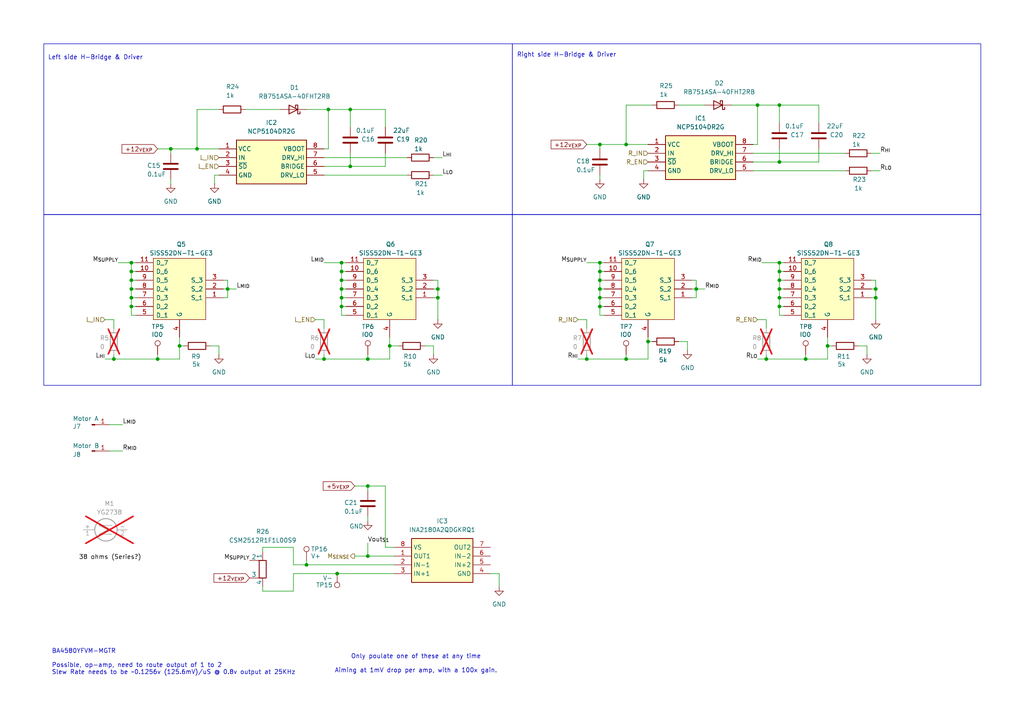
<source format=kicad_sch>
(kicad_sch (version 20250114) (generator "eeschema") (generator_version "9.0")
  (paper "A4")
  (lib_symbols
    (symbol "Connector:Conn_01x01_Pin" (pin_names (offset 1.016) (hide yes))
      (property "Reference" "J" (at 0 2.54 0))
      (property "Value" "Conn_01x01_Pin" (at 0 -2.54 0))
      (symbol "Conn_01x01_Pin_1_1"
        (rectangle (start 0.8636 0.127) (end 0 -0.127) (stroke (width 0.1524)) (fill (type outline)))
        (polyline (pts (xy 1.27 0) (xy 0.8636 0)) (stroke (width 0.1524)))
        (pin passive line (at 5.08 0 180) (length 3.81) (name "Pin_1") (number "1"))
      )
    )
    (symbol "Connector:TestPoint" (pin_numbers (hide yes)) (pin_names (offset 0.762) (hide yes))
      (property "Reference" "TP" (at 0 6.858 0))
      (property "Value" "TestPoint" (at 0 5.08 0))
      (symbol "TestPoint_0_1"
        (circle (center 0 3.302) (radius 0.762))
      )
      (symbol "TestPoint_1_1"
        (pin passive line (at 0 0 90) (length 2.54) (name "1") (number "1"))
      )
    )
    (symbol "CustomLibrary:INA2180A2QDGKRQ1"
      (property "Reference" "IC" (at 24.13 7.62 0))
      (property "Value" "INA2180A2QDGKRQ1" (at 24.13 5.08 0))
      (symbol "INA2180A2QDGKRQ1_1_1"
        (rectangle (start 5.08 2.54) (end 22.86 -10.16) (stroke (width 0.254)) (fill (type background)))
        (pin passive line (at 0 0 0) (length 5.08) (name "VS") (number "8"))
        (pin passive line (at 0 -2.54 0) (length 5.08) (name "OUT1") (number "1"))
        (pin passive line (at 0 -5.08 0) (length 5.08) (name "IN-1") (number "2"))
        (pin passive line (at 0 -7.62 0) (length 5.08) (name "IN+1") (number "3"))
        (pin passive line (at 27.94 0 180) (length 5.08) (name "OUT2") (number "7"))
        (pin passive line (at 27.94 -2.54 180) (length 5.08) (name "IN-2") (number "6"))
        (pin passive line (at 27.94 -5.08 180) (length 5.08) (name "IN+2") (number "5"))
        (pin passive line (at 27.94 -7.62 180) (length 5.08) (name "GND") (number "4"))
      )
    )
    (symbol "CustomLibrary:NCP5104DR2G"
      (property "Reference" "IC" (at 26.67 7.62 0))
      (property "Value" "NCP5104DR2G" (at 26.67 5.08 0))
      (symbol "NCP5104DR2G_1_1"
        (rectangle (start 5.08 2.54) (end 25.4 -10.16) (stroke (width 0.254)) (fill (type background)))
        (pin power_in line (at 0 0 0) (length 5.08) (name "VCC") (number "1"))
        (pin input line (at 0 -2.54 0) (length 5.08) (name "IN") (number "2"))
        (pin passive line (at 0 -5.08 0) (length 5.08) (name "~{SD}") (number "3"))
        (pin power_in line (at 0 -7.62 0) (length 5.08) (name "GND") (number "4"))
        (pin passive line (at 30.48 0 180) (length 5.08) (name "VBOOT") (number "8"))
        (pin passive line (at 30.48 -2.54 180) (length 5.08) (name "DRV_HI") (number "7"))
        (pin passive line (at 30.48 -5.08 180) (length 5.08) (name "BRIDGE") (number "6"))
        (pin passive line (at 30.48 -7.62 180) (length 5.08) (name "DRV_LO") (number "5"))
      )
    )
    (symbol "Device:C" (pin_numbers (hide yes)) (pin_names (offset 0.254))
      (property "Reference" "C" (at 0.635 2.54 0))
      (property "Value" "C" (at 0.635 -2.54 0))
      (symbol "C_0_1"
        (polyline (pts (xy -2.032 0.762) (xy 2.032 0.762)) (stroke (width 0.508)))
        (polyline (pts (xy -2.032 -0.762) (xy 2.032 -0.762)) (stroke (width 0.508)))
      )
      (symbol "C_1_1"
        (pin passive line (at 0 3.81 270) (length 2.794) (name "~") (number "1"))
        (pin passive line (at 0 -3.81 90) (length 2.794) (name "~") (number "2"))
      )
    )
    (symbol "Device:D_Schottky" (pin_numbers (hide yes)) (pin_names (offset 1.016) (hide yes))
      (property "Reference" "D" (at 0 2.54 0))
      (property "Value" "D_Schottky" (at 0 -2.54 0))
      (symbol "D_Schottky_0_1"
        (polyline (pts (xy -1.905 0.635) (xy -1.905 1.27) (xy -1.27 1.27) (xy -1.27 -1.27) (xy -0.635 -1.27) (xy -0.635 -0.635)) (stroke (width 0.254)))
        (polyline (pts (xy 1.27 1.27) (xy 1.27 -1.27) (xy -1.27 0) (xy 1.27 1.27)) (stroke (width 0.254)))
        (polyline (pts (xy 1.27 0) (xy -1.27 0)))
      )
      (symbol "D_Schottky_1_1"
        (pin passive line (at -3.81 0 0) (length 2.54) (name "K") (number "1"))
        (pin passive line (at 3.81 0 180) (length 2.54) (name "A") (number "2"))
      )
    )
    (symbol "Device:R" (pin_numbers (hide yes)) (pin_names (offset 0))
      (property "Reference" "R" (at 2.032 0 90))
      (property "Value" "R" (at 0 0 90))
      (symbol "R_0_1"
        (rectangle (start -1.016 -2.54) (end 1.016 2.54) (stroke (width 0.254)))
      )
      (symbol "R_1_1"
        (pin passive line (at 0 3.81 270) (length 1.27) (name "~") (number "1"))
        (pin passive line (at 0 -3.81 90) (length 1.27) (name "~") (number "2"))
      )
    )
    (symbol "Device:R_Shunt" (pin_numbers (hide yes)) (pin_names (offset 0))
      (property "Reference" "R" (at -4.445 0 90))
      (property "Value" "R_Shunt" (at -2.54 0 90))
      (symbol "R_Shunt_0_1"
        (rectangle (start -1.016 -2.54) (end 1.016 2.54) (stroke (width 0.254)))
        (polyline (pts (xy 0 -2.54) (xy 1.27 -2.54)))
        (polyline (pts (xy 1.27 2.54) (xy 0 2.54)))
      )
      (symbol "R_Shunt_1_1"
        (pin passive line (at 0 5.08 270) (length 2.54) (name "1") (number "1"))
        (pin passive line (at 0 -5.08 90) (length 2.54) (name "4") (number "4"))
        (pin passive line (at 3.81 2.54 180) (length 2.54) (name "2") (number "2"))
        (pin passive line (at 3.81 -2.54 180) (length 2.54) (name "3") (number "3"))
      )
    )
    (symbol "Motor:Motor_DC" (pin_names (offset 0))
      (property "Reference" "M" (at 2.54 2.54 0))
      (property "Value" "Motor_DC" (at 2.54 -5.08 0))
      (symbol "Motor_DC_0_0"
        (polyline (pts (xy -1.27 -3.302) (xy -1.27 0.508) (xy 0 -2.032) (xy 1.27 0.508) (xy 1.27 -3.302)))
      )
      (symbol "Motor_DC_0_1"
        (polyline (pts (xy 0 2.032) (xy 0 2.54)))
        (polyline (pts (xy 0 1.7272) (xy 0 2.0828)))
        (circle (center 0 -1.524) (radius 3.2512) (stroke (width 0.254)))
        (polyline (pts (xy 0 -4.7752) (xy 0 -5.1816)))
        (polyline (pts (xy 0 -7.62) (xy 0 -7.112)))
      )
      (symbol "Motor_DC_1_1"
        (pin passive line (at 0 5.08 270) (length 2.54) (name "+") (number "1"))
        (pin passive line (at 0 -7.62 90) (length 2.54) (name "-") (number "2"))
      )
    )
    (symbol "SiSS52DN-T1-GE3_1" (pin_names (offset 0.762))
      (property "Reference" "Q" (at 1.524 27.432 0))
      (property "Value" "SiSS52DN-T1-GE3" (at 1.524 24.892 0))
      (symbol "SiSS52DN-T1-GE3_1_0_0"
        (pin passive line (at -1.27 21.59 0) (length 5.08) (name "D_7") (number "11"))
        (pin passive line (at -1.27 19.05 0) (length 5.08) (name "D_6") (number "10"))
        (pin passive line (at -1.27 16.51 0) (length 5.08) (name "D_5") (number "9"))
        (pin passive line (at -1.27 13.97 0) (length 5.08) (name "D_4") (number "8"))
        (pin passive line (at -1.27 11.43 0) (length 5.08) (name "D_3") (number "7"))
        (pin passive line (at -1.27 8.89 0) (length 5.08) (name "D_2") (number "6"))
        (pin passive line (at -1.27 6.35 0) (length 5.08) (name "D_1") (number "5"))
        (pin passive line (at 11.43 0 90) (length 5.08) (name "G") (number "4"))
        (pin passive line (at 24.13 16.51 180) (length 5.08) (name "S_3") (number "3"))
        (pin passive line (at 24.13 13.97 180) (length 5.08) (name "S_2") (number "2"))
        (pin passive line (at 24.13 11.43 180) (length 5.08) (name "S_1") (number "1"))
      )
      (symbol "SiSS52DN-T1-GE3_1_1_1"
        (polyline (pts (xy 3.81 22.86) (xy 19.05 22.86) (xy 19.05 5.08) (xy 3.81 5.08) (xy 3.81 22.86)) (stroke (width 0.1524)) (fill (type background)))
      )
    )
    (symbol "SiSS52DN-T1-GE3_2" (pin_names (offset 0.762))
      (property "Reference" "Q" (at 1.524 27.432 0))
      (property "Value" "SiSS52DN-T1-GE3" (at 1.524 24.892 0))
      (symbol "SiSS52DN-T1-GE3_2_0_0"
        (pin passive line (at -1.27 21.59 0) (length 5.08) (name "D_7") (number "11"))
        (pin passive line (at -1.27 19.05 0) (length 5.08) (name "D_6") (number "10"))
        (pin passive line (at -1.27 16.51 0) (length 5.08) (name "D_5") (number "9"))
        (pin passive line (at -1.27 13.97 0) (length 5.08) (name "D_4") (number "8"))
        (pin passive line (at -1.27 11.43 0) (length 5.08) (name "D_3") (number "7"))
        (pin passive line (at -1.27 8.89 0) (length 5.08) (name "D_2") (number "6"))
        (pin passive line (at -1.27 6.35 0) (length 5.08) (name "D_1") (number "5"))
        (pin passive line (at 11.43 0 90) (length 5.08) (name "G") (number "4"))
        (pin passive line (at 24.13 16.51 180) (length 5.08) (name "S_3") (number "3"))
        (pin passive line (at 24.13 13.97 180) (length 5.08) (name "S_2") (number "2"))
        (pin passive line (at 24.13 11.43 180) (length 5.08) (name "S_1") (number "1"))
      )
      (symbol "SiSS52DN-T1-GE3_2_1_1"
        (polyline (pts (xy 3.81 22.86) (xy 19.05 22.86) (xy 19.05 5.08) (xy 3.81 5.08) (xy 3.81 22.86)) (stroke (width 0.1524)) (fill (type background)))
      )
    )
    (symbol "power:GND" (power) (pin_numbers (hide yes)) (pin_names (offset 0) (hide yes))
      (property "Value" "GND" (at 0 -3.81 0))
      (symbol "GND_0_1"
        (polyline (pts (xy 0 0) (xy 0 -1.27) (xy 1.27 -1.27) (xy 0 -2.54) (xy -1.27 -1.27) (xy 0 -1.27)))
      )
      (symbol "GND_1_1"
        (pin power_in line (at 0 0 270) (length 0) (name "~") (number "1"))
      )
    )
  )
  (rectangle (start 12.7 62.23) (end 148.59 111.76))
  (rectangle (start 148.59 62.23) (end 284.48 111.76))
  (rectangle (start 12.7 12.7) (end 148.59 62.23))
  (rectangle (start 148.59 12.7) (end 284.48 62.23))
  (text "Only poulate one of these at any time\n\nAiming at 1mV drop per amp, with a 100x gain." (at 120.65 192.532 0) (effects (font (size 1.27 1.27))))
  (text "Right side H-Bridge & Driver" (at 164.338 16.002 0) (effects (font (size 1.27 1.27))))
  (text "BA4580YFVM-MGTR\n\nPossible, op-amp, need to route output of 1 to 2\nSlew Rate needs to be ~0.1256v (125.6mV)/uS @ 0.8v output at 25KHz" (at 14.986 192.024 0) (effects (font (size 1.27 1.27)) (justify left)))
  (text "Left side H-Bridge & Driver" (at 27.686 16.764 0) (effects (font (size 1.27 1.27))))
  (junction (at 99.06 78.74))
  (junction (at 66.04 83.82))
  (junction (at 95.25 31.75))
  (junction (at 181.61 41.91))
  (junction (at 38.1 78.74))
  (junction (at 254 86.36))
  (junction (at 226.06 76.2))
  (junction (at 97.79 166.37))
  (junction (at 45.72 104.14))
  (junction (at 226.06 88.9))
  (junction (at 101.6 31.75))
  (junction (at 49.53 43.18))
  (junction (at 99.06 86.36))
  (junction (at 101.6 48.26))
  (junction (at 173.99 86.36))
  (junction (at 226.06 81.28))
  (junction (at 38.1 83.82))
  (junction (at 222.25 104.14))
  (junction (at 38.1 81.28))
  (junction (at 173.99 41.91))
  (junction (at 113.03 100.33))
  (junction (at 106.68 104.14))
  (junction (at 181.61 104.14))
  (junction (at 99.06 88.9))
  (junction (at 187.96 99.06))
  (junction (at 240.03 100.33))
  (junction (at 38.1 76.2))
  (junction (at 170.18 104.14))
  (junction (at 233.68 104.14))
  (junction (at 57.15 43.18))
  (junction (at 88.9 163.83))
  (junction (at 173.99 76.2))
  (junction (at 226.06 30.48))
  (junction (at 226.06 83.82))
  (junction (at 38.1 86.36))
  (junction (at 99.06 83.82))
  (junction (at 173.99 83.82))
  (junction (at 99.06 76.2))
  (junction (at 33.02 104.14))
  (junction (at 226.06 46.99))
  (junction (at 127 83.82))
  (junction (at 93.98 104.14))
  (junction (at 226.06 86.36))
  (junction (at 52.07 100.33))
  (junction (at 173.99 81.28))
  (junction (at 173.99 88.9))
  (junction (at 254 83.82))
  (junction (at 106.68 161.29))
  (junction (at 226.06 78.74))
  (junction (at 38.1 88.9))
  (junction (at 106.68 140.97))
  (junction (at 127 86.36))
  (junction (at 219.71 30.48))
  (junction (at 201.93 83.82))
  (junction (at 173.99 78.74))
  (junction (at 99.06 81.28))
  (wire (pts (xy 173.99 76.2) (xy 173.99 78.74)))
  (wire (pts (xy 173.99 50.8) (xy 173.99 52.07)))
  (wire (pts (xy 237.49 46.99) (xy 226.06 46.99)))
  (wire (pts (xy 173.99 86.36) (xy 173.99 88.9)))
  (wire (pts (xy 66.04 83.82) (xy 68.58 83.82)))
  (wire (pts (xy 88.9 163.83) (xy 114.3 163.83)))
  (wire (pts (xy 57.15 31.75) (xy 57.15 43.18)))
  (wire (pts (xy 226.06 78.74) (xy 226.06 81.28)))
  (wire (pts (xy 125.73 81.28) (xy 127 81.28)))
  (wire (pts (xy 226.06 86.36) (xy 226.06 88.9)))
  (wire (pts (xy 49.53 43.18) (xy 45.72 43.18)))
  (wire (pts (xy 95.25 31.75) (xy 95.25 43.18)))
  (wire (pts (xy 219.71 30.48) (xy 226.06 30.48)))
  (wire (pts (xy 101.6 31.75) (xy 101.6 36.83)))
  (wire (pts (xy 254 81.28) (xy 254 83.82)))
  (wire (pts (xy 38.1 76.2) (xy 38.1 78.74)))
  (wire (pts (xy 91.44 92.71) (xy 93.98 92.71)))
  (wire (pts (xy 60.96 100.33) (xy 63.5 100.33)))
  (wire (pts (xy 252.73 81.28) (xy 254 81.28)))
  (wire (pts (xy 106.68 157.48) (xy 106.68 161.29)))
  (wire (pts (xy 222.25 104.14) (xy 233.68 104.14)))
  (wire (pts (xy 99.06 78.74) (xy 100.33 78.74)))
  (wire (pts (xy 173.99 78.74) (xy 173.99 81.28)))
  (wire (pts (xy 173.99 41.91) (xy 181.61 41.91)))
  (wire (pts (xy 219.71 104.14) (xy 222.25 104.14)))
  (wire (pts (xy 170.18 92.71) (xy 170.18 95.25)))
  (wire (pts (xy 97.79 166.37) (xy 114.3 166.37)))
  (wire (pts (xy 113.03 104.14) (xy 113.03 100.33)))
  (wire (pts (xy 123.19 100.33) (xy 125.73 100.33)))
  (wire (pts (xy 226.06 83.82) (xy 226.06 86.36)))
  (wire (pts (xy 52.07 100.33) (xy 52.07 97.79)))
  (wire (pts (xy 64.77 86.36) (xy 66.04 86.36)))
  (wire (pts (xy 76.2 171.45) (xy 85.09 171.45)))
  (wire (pts (xy 175.26 91.44) (xy 173.99 91.44)))
  (wire (pts (xy 100.33 76.2) (xy 99.06 76.2)))
  (wire (pts (xy 181.61 102.87) (xy 181.61 104.14)))
  (wire (pts (xy 52.07 104.14) (xy 52.07 100.33)))
  (wire (pts (xy 99.06 91.44) (xy 99.06 88.9)))
  (wire (pts (xy 85.09 166.37) (xy 97.79 166.37)))
  (wire (pts (xy 111.76 48.26) (xy 101.6 48.26)))
  (wire (pts (xy 85.09 163.83) (xy 88.9 163.83)))
  (wire (pts (xy 53.34 100.33) (xy 52.07 100.33)))
  (wire (pts (xy 30.48 104.14) (xy 33.02 104.14)))
  (wire (pts (xy 252.73 83.82) (xy 254 83.82)))
  (wire (pts (xy 200.66 83.82) (xy 201.93 83.82)))
  (wire (pts (xy 187.96 49.53) (xy 186.69 49.53)))
  (wire (pts (xy 111.76 31.75) (xy 101.6 31.75)))
  (wire (pts (xy 93.98 50.8) (xy 118.11 50.8)))
  (wire (pts (xy 226.06 46.99) (xy 226.06 43.18)))
  (wire (pts (xy 237.49 35.56) (xy 237.49 30.48)))
  (wire (pts (xy 125.73 83.82) (xy 127 83.82)))
  (wire (pts (xy 252.73 86.36) (xy 254 86.36)))
  (wire (pts (xy 181.61 104.14) (xy 187.96 104.14)))
  (wire (pts (xy 127 83.82) (xy 127 86.36)))
  (wire (pts (xy 218.44 46.99) (xy 226.06 46.99)))
  (wire (pts (xy 125.73 86.36) (xy 127 86.36)))
  (wire (pts (xy 35.56 123.19) (xy 31.75 123.19)))
  (wire (pts (xy 196.85 99.06) (xy 199.39 99.06)))
  (wire (pts (xy 88.9 163.83) (xy 88.9 162.56)))
  (wire (pts (xy 181.61 41.91) (xy 187.96 41.91)))
  (wire (pts (xy 187.96 99.06) (xy 187.96 97.79)))
  (wire (pts (xy 39.37 81.28) (xy 38.1 81.28)))
  (wire (pts (xy 63.5 50.8) (xy 62.23 50.8)))
  (wire (pts (xy 38.1 86.36) (xy 38.1 88.9)))
  (wire (pts (xy 39.37 83.82) (xy 38.1 83.82)))
  (wire (pts (xy 170.18 102.87) (xy 170.18 104.14)))
  (wire (pts (xy 196.85 30.48) (xy 204.47 30.48)))
  (wire (pts (xy 187.96 99.06) (xy 189.23 99.06)))
  (wire (pts (xy 101.6 48.26) (xy 101.6 44.45)))
  (wire (pts (xy 227.33 86.36) (xy 226.06 86.36)))
  (wire (pts (xy 33.02 102.87) (xy 33.02 104.14)))
  (wire (pts (xy 219.71 41.91) (xy 218.44 41.91)))
  (wire (pts (xy 45.72 102.87) (xy 45.72 104.14)))
  (wire (pts (xy 254 83.82) (xy 254 86.36)))
  (wire (pts (xy 95.25 31.75) (xy 101.6 31.75)))
  (wire (pts (xy 93.98 48.26) (xy 101.6 48.26)))
  (wire (pts (xy 93.98 104.14) (xy 106.68 104.14)))
  (wire (pts (xy 66.04 81.28) (xy 66.04 83.82)))
  (wire (pts (xy 173.99 41.91) (xy 173.99 43.18)))
  (wire (pts (xy 219.71 92.71) (xy 222.25 92.71)))
  (wire (pts (xy 30.48 92.71) (xy 33.02 92.71)))
  (wire (pts (xy 62.23 50.8) (xy 62.23 53.34)))
  (wire (pts (xy 106.68 161.29) (xy 114.3 161.29)))
  (wire (pts (xy 125.73 100.33) (xy 125.73 102.87)))
  (wire (pts (xy 227.33 88.9) (xy 226.06 88.9)))
  (wire (pts (xy 102.87 140.97) (xy 106.68 140.97)))
  (wire (pts (xy 227.33 83.82) (xy 226.06 83.82)))
  (wire (pts (xy 175.26 86.36) (xy 173.99 86.36)))
  (wire (pts (xy 200.66 86.36) (xy 201.93 86.36)))
  (wire (pts (xy 144.78 166.37) (xy 144.78 170.18)))
  (wire (pts (xy 100.33 83.82) (xy 99.06 83.82)))
  (wire (pts (xy 100.33 81.28) (xy 99.06 81.28)))
  (wire (pts (xy 173.99 41.91) (xy 170.18 41.91)))
  (wire (pts (xy 106.68 140.97) (xy 111.76 140.97)))
  (wire (pts (xy 76.2 171.45) (xy 76.2 170.18)))
  (wire (pts (xy 93.98 45.72) (xy 118.11 45.72)))
  (wire (pts (xy 99.06 78.74) (xy 99.06 81.28)))
  (wire (pts (xy 175.26 88.9) (xy 173.99 88.9)))
  (wire (pts (xy 102.87 161.29) (xy 106.68 161.29)))
  (wire (pts (xy 201.93 83.82) (xy 201.93 86.36)))
  (wire (pts (xy 199.39 99.06) (xy 199.39 101.6)))
  (wire (pts (xy 39.37 91.44) (xy 38.1 91.44)))
  (wire (pts (xy 85.09 158.75) (xy 85.09 163.83)))
  (wire (pts (xy 170.18 104.14) (xy 181.61 104.14)))
  (wire (pts (xy 252.73 44.45) (xy 255.27 44.45)))
  (wire (pts (xy 88.9 31.75) (xy 95.25 31.75)))
  (wire (pts (xy 39.37 88.9) (xy 38.1 88.9)))
  (wire (pts (xy 31.75 130.81) (xy 35.56 130.81)))
  (wire (pts (xy 113.03 100.33) (xy 113.03 97.79)))
  (wire (pts (xy 38.1 91.44) (xy 38.1 88.9)))
  (wire (pts (xy 226.06 78.74) (xy 227.33 78.74)))
  (wire (pts (xy 218.44 44.45) (xy 245.11 44.45)))
  (wire (pts (xy 173.99 78.74) (xy 175.26 78.74)))
  (wire (pts (xy 175.26 83.82) (xy 173.99 83.82)))
  (wire (pts (xy 240.03 100.33) (xy 240.03 97.79)))
  (wire (pts (xy 91.44 104.14) (xy 93.98 104.14)))
  (wire (pts (xy 226.06 76.2) (xy 226.06 78.74)))
  (wire (pts (xy 49.53 43.18) (xy 57.15 43.18)))
  (wire (pts (xy 227.33 91.44) (xy 226.06 91.44)))
  (wire (pts (xy 66.04 83.82) (xy 66.04 86.36)))
  (wire (pts (xy 175.26 76.2) (xy 173.99 76.2)))
  (wire (pts (xy 125.73 50.8) (xy 128.27 50.8)))
  (wire (pts (xy 93.98 92.71) (xy 93.98 95.25)))
  (wire (pts (xy 181.61 30.48) (xy 181.61 41.91)))
  (wire (pts (xy 57.15 31.75) (xy 63.5 31.75)))
  (wire (pts (xy 93.98 76.2) (xy 99.06 76.2)))
  (wire (pts (xy 111.76 36.83) (xy 111.76 31.75)))
  (wire (pts (xy 219.71 30.48) (xy 219.71 41.91)))
  (wire (pts (xy 49.53 52.07) (xy 49.53 53.34)))
  (wire (pts (xy 99.06 83.82) (xy 99.06 86.36)))
  (wire (pts (xy 111.76 158.75) (xy 114.3 158.75)))
  (wire (pts (xy 187.96 104.14) (xy 187.96 99.06)))
  (wire (pts (xy 233.68 104.14) (xy 233.68 102.87)))
  (wire (pts (xy 127 81.28) (xy 127 83.82)))
  (wire (pts (xy 100.33 91.44) (xy 99.06 91.44)))
  (wire (pts (xy 173.99 91.44) (xy 173.99 88.9)))
  (wire (pts (xy 222.25 102.87) (xy 222.25 104.14)))
  (wire (pts (xy 240.03 104.14) (xy 240.03 100.33)))
  (wire (pts (xy 85.09 171.45) (xy 85.09 166.37)))
  (wire (pts (xy 38.1 78.74) (xy 39.37 78.74)))
  (wire (pts (xy 76.2 160.02) (xy 76.2 158.75)))
  (wire (pts (xy 111.76 44.45) (xy 111.76 48.26)))
  (wire (pts (xy 111.76 140.97) (xy 111.76 158.75)))
  (wire (pts (xy 38.1 81.28) (xy 38.1 83.82)))
  (wire (pts (xy 99.06 86.36) (xy 99.06 88.9)))
  (wire (pts (xy 39.37 76.2) (xy 38.1 76.2)))
  (wire (pts (xy 167.64 104.14) (xy 170.18 104.14)))
  (wire (pts (xy 240.03 100.33) (xy 241.3 100.33)))
  (wire (pts (xy 99.06 81.28) (xy 99.06 83.82)))
  (wire (pts (xy 226.06 81.28) (xy 226.06 83.82)))
  (wire (pts (xy 64.77 83.82) (xy 66.04 83.82)))
  (wire (pts (xy 142.24 166.37) (xy 144.78 166.37)))
  (wire (pts (xy 106.68 102.87) (xy 106.68 104.14)))
  (wire (pts (xy 218.44 49.53) (xy 245.11 49.53)))
  (wire (pts (xy 100.33 88.9) (xy 99.06 88.9)))
  (wire (pts (xy 227.33 76.2) (xy 226.06 76.2)))
  (wire (pts (xy 173.99 81.28) (xy 173.99 83.82)))
  (wire (pts (xy 248.92 100.33) (xy 251.46 100.33)))
  (wire (pts (xy 173.99 76.2) (xy 170.18 76.2)))
  (wire (pts (xy 201.93 81.28) (xy 201.93 83.82)))
  (wire (pts (xy 167.64 92.71) (xy 170.18 92.71)))
  (wire (pts (xy 252.73 49.53) (xy 255.27 49.53)))
  (wire (pts (xy 175.26 81.28) (xy 173.99 81.28)))
  (wire (pts (xy 186.69 49.53) (xy 186.69 52.07)))
  (wire (pts (xy 95.25 43.18) (xy 93.98 43.18)))
  (wire (pts (xy 93.98 102.87) (xy 93.98 104.14)))
  (wire (pts (xy 106.68 149.86) (xy 106.68 151.13)))
  (wire (pts (xy 181.61 30.48) (xy 189.23 30.48)))
  (wire (pts (xy 106.68 142.24) (xy 106.68 140.97)))
  (wire (pts (xy 57.15 43.18) (xy 63.5 43.18)))
  (wire (pts (xy 125.73 45.72) (xy 128.27 45.72)))
  (wire (pts (xy 233.68 104.14) (xy 240.03 104.14)))
  (wire (pts (xy 226.06 91.44) (xy 226.06 88.9)))
  (wire (pts (xy 212.09 30.48) (xy 219.71 30.48)))
  (wire (pts (xy 99.06 76.2) (xy 99.06 78.74)))
  (wire (pts (xy 39.37 86.36) (xy 38.1 86.36)))
  (wire (pts (xy 38.1 76.2) (xy 34.29 76.2)))
  (wire (pts (xy 63.5 100.33) (xy 63.5 102.87)))
  (wire (pts (xy 45.72 104.14) (xy 52.07 104.14)))
  (wire (pts (xy 76.2 158.75) (xy 85.09 158.75)))
  (wire (pts (xy 106.68 104.14) (xy 113.03 104.14)))
  (wire (pts (xy 227.33 81.28) (xy 226.06 81.28)))
  (wire (pts (xy 226.06 30.48) (xy 226.06 35.56)))
  (wire (pts (xy 254 92.71) (xy 254 86.36)))
  (wire (pts (xy 251.46 100.33) (xy 251.46 102.87)))
  (wire (pts (xy 71.12 31.75) (xy 81.28 31.75)))
  (wire (pts (xy 64.77 81.28) (xy 66.04 81.28)))
  (wire (pts (xy 222.25 92.71) (xy 222.25 95.25)))
  (wire (pts (xy 220.98 76.2) (xy 226.06 76.2)))
  (wire (pts (xy 200.66 81.28) (xy 201.93 81.28)))
  (wire (pts (xy 201.93 83.82) (xy 204.47 83.82)))
  (wire (pts (xy 100.33 86.36) (xy 99.06 86.36)))
  (wire (pts (xy 33.02 92.71) (xy 33.02 95.25)))
  (wire (pts (xy 49.53 43.18) (xy 49.53 44.45)))
  (wire (pts (xy 237.49 30.48) (xy 226.06 30.48)))
  (wire (pts (xy 38.1 78.74) (xy 38.1 81.28)))
  (wire (pts (xy 115.57 100.33) (xy 113.03 100.33)))
  (wire (pts (xy 127 92.71) (xy 127 86.36)))
  (wire (pts (xy 173.99 83.82) (xy 173.99 86.36)))
  (wire (pts (xy 38.1 83.82) (xy 38.1 86.36)))
  (wire (pts (xy 237.49 43.18) (xy 237.49 46.99)))
  (wire (pts (xy 33.02 104.14) (xy 45.72 104.14)))
  (label "M_{SUPPLY}" (at 170.18 76.2 180))
  (label "L_{MID}" (at 68.58 83.82 0))
  (label "L_{MID}" (at 93.98 76.2 180))
  (label "M_{SUPPLY}" (at 34.29 76.2 180))
  (label "R_{MID}" (at 35.56 130.81 0))
  (label "R_{LO}" (at 255.27 49.53 0))
  (label "Vout_{S1}" (at 106.68 157.48 0))
  (label "L_{LO}" (at 128.27 50.8 0))
  (label "R_{LO}" (at 219.71 104.14 180))
  (label "L_{LO}" (at 91.44 104.14 180))
  (label "R_{HI}" (at 167.64 104.14 180))
  (label "L_{HI}" (at 30.48 104.14 180))
  (label "R_{HI}" (at 255.27 44.45 0))
  (label "L_{HI}" (at 128.27 45.72 0))
  (label "R_{MID}" (at 220.98 76.2 180))
  (label "M_{SUPPLY}" (at 72.39 162.56 180))
  (label "R_{MID}" (at 204.47 83.82 0))
  (label "L_{MID}" (at 35.56 123.19 0))
  (label "38 ohms (Series?)" (at 22.86 162.56 0))
  (global_label "+5v_{EXP}" (shape input) (at 102.87 140.97 180) (property "Intersheetrefs" "${INTERSHEET_REFS}" (effects (hide yes))))
  (global_label "+12v_{EXP}" (shape input) (at 170.18 41.91 180) (property "Intersheetrefs" "${INTERSHEET_REFS}" (effects (hide yes))))
  (global_label "+12v_{EXP}" (shape input) (at 45.72 43.18 180) (property "Intersheetrefs" "${INTERSHEET_REFS}" (effects (hide yes))))
  (global_label "+12v_{EXP}" (shape input) (at 72.39 167.64 180) (property "Intersheetrefs" "${INTERSHEET_REFS}" (effects (hide yes))))
  (hierarchical_label "L_EN" (shape input) (at 63.5 48.26 180))
  (hierarchical_label "L_IN" (shape input) (at 30.48 92.71 180))
  (hierarchical_label "M_{SENSE}" (shape output) (at 102.87 161.29 180))
  (hierarchical_label "R_IN" (shape input) (at 167.64 92.71 180))
  (hierarchical_label "L_IN" (shape input) (at 63.5 45.72 180))
  (hierarchical_label "R_EN" (shape input) (at 187.96 46.99 180))
  (hierarchical_label "R_IN" (shape input) (at 187.96 44.45 180))
  (hierarchical_label "L_EN" (shape input) (at 91.44 92.71 180))
  (hierarchical_label "R_EN" (shape input) (at 219.71 92.71 180))
  (symbol (lib_id "Device:C") (at 173.99 46.99 0) (unit 1)
    (property "Reference" "C18" (at 167.132 46.736 0) (effects (justify left)))
    (property "Value" "0.1uF" (at 167.132 49.276 0) (effects (justify left)))
    (property "Footprint" "Capacitor_SMD:C_0603_1608Metric_Pad1.08x0.95mm_HandSolder" (effects (hide yes)))
    (property "Description" "Unpolarized capacitor" (effects (hide yes)))
  )
  (symbol (lib_id "Device:R") (at 245.11 100.33 270) (unit 1)
    (property "Reference" "R11" (at 246.634 103.378 90) (effects (justify right)))
    (property "Value" "5k" (at 245.364 105.664 90) (effects (justify right)))
    (property "Footprint" "Resistor_SMD:R_0603_1608Metric_Pad0.98x0.95mm_HandSolder" (effects (hide yes)))
    (property "Description" "Resistor" (effects (hide yes)))
  )
  (symbol (lib_id "Device:R") (at 119.38 100.33 270) (unit 1)
    (property "Reference" "R10" (at 120.904 103.378 90) (effects (justify right)))
    (property "Value" "5k" (at 119.38 105.664 90) (effects (justify right)))
    (property "Footprint" "Resistor_SMD:R_0603_1608Metric_Pad0.98x0.95mm_HandSolder" (effects (hide yes)))
    (property "Description" "Resistor" (effects (hide yes)))
  )
  (symbol (lib_name "SiSS52DN-T1-GE3_2") (lib_id "CustomLibrary:SiSS52DN-T1-GE3") (at 176.53 97.79 0) (unit 1)
    (property "Reference" "Q7" (at 188.468 70.866 0))
    (property "Value" "SiSS52DN-T1-GE3" (at 188.468 73.406 0))
    (property "Footprint" "SISS94DNT1GE3" (effects (hide yes)))
    (property "Datasheet" "https://www.vishay.com/docs/79977/siss52dn.pdf" (effects (hide yes)))
    (property "Description" "N-Channel 30 V (D-S) MOSFET" (effects (hide yes)))
    (property "Height" "1.12" (effects (hide yes)))
    (property "Manufacturer_Name" "Vishay" (effects (hide yes)))
    (property "Manufacturer_Part_Number" "SiSS52DN-T1-GE3" (effects (hide yes)))
    (property "Mouser Part Number" "78-SISS52DN-T1-GE3" (effects (hide yes)))
    (property "Mouser Price/Stock" "https://www.mouser.co.uk/ProductDetail/Vishay-Siliconix/SISS52DN-T1-GE3?qs=DPoM0jnrROULVlp925WBLg%3D%3D" (effects (hide yes)))
    (property "Arrow Part Number" "SISS52DN-T1-GE3" (effects (hide yes)))
    (property "Arrow Price/Stock" "https://www.arrow.com/en/products/siss52dn-t1-ge3/vishay?region=nac" (effects (hide yes)))
  )
  (symbol (lib_id "Device:C") (at 111.76 40.64 180) (unit 1)
    (property "Reference" "C19" (at 118.872 40.386 0) (effects (justify left)))
    (property "Value" "22uF" (at 118.872 37.846 0) (effects (justify left)))
    (property "Footprint" "Capacitor_SMD:C_0603_1608Metric_Pad1.08x0.95mm_HandSolder" (effects (hide yes)))
    (property "Description" "Unpolarized capacitor" (effects (hide yes)))
  )
  (symbol (lib_name "SiSS52DN-T1-GE3_1") (lib_id "CustomLibrary:SiSS52DN-T1-GE3") (at 101.6 97.79 0) (unit 1)
    (property "Reference" "Q6" (at 113.284 70.866 0))
    (property "Value" "SiSS52DN-T1-GE3" (at 113.284 73.406 0))
    (property "Footprint" "SISS94DNT1GE3" (effects (hide yes)))
    (property "Datasheet" "https://www.vishay.com/docs/79977/siss52dn.pdf" (effects (hide yes)))
    (property "Description" "N-Channel 30 V (D-S) MOSFET" (effects (hide yes)))
    (property "Height" "1.12" (effects (hide yes)))
    (property "Manufacturer_Name" "Vishay" (effects (hide yes)))
    (property "Manufacturer_Part_Number" "SiSS52DN-T1-GE3" (effects (hide yes)))
    (property "Mouser Part Number" "78-SISS52DN-T1-GE3" (effects (hide yes)))
    (property "Mouser Price/Stock" "https://www.mouser.co.uk/ProductDetail/Vishay-Siliconix/SISS52DN-T1-GE3?qs=DPoM0jnrROULVlp925WBLg%3D%3D" (effects (hide yes)))
    (property "Arrow Part Number" "SISS52DN-T1-GE3" (effects (hide yes)))
    (property "Arrow Price/Stock" "https://www.arrow.com/en/products/siss52dn-t1-ge3/vishay?region=nac" (effects (hide yes)))
  )
  (symbol (lib_id "Device:C") (at 106.68 146.05 0) (unit 1)
    (property "Reference" "C21" (at 99.822 145.796 0) (effects (justify left)))
    (property "Value" "0.1uF" (at 99.822 148.336 0) (effects (justify left)))
    (property "Footprint" "Capacitor_SMD:C_0603_1608Metric_Pad1.08x0.95mm_HandSolder" (effects (hide yes)))
    (property "Description" "Unpolarized capacitor" (effects (hide yes)))
  )
  (symbol (lib_id "Device:R") (at 33.02 99.06 180) (unit 1) (dnp yes)
    (property "Reference" "R5" (at 28.956 98.044 0) (effects (justify right)))
    (property "Value" "0" (at 28.956 100.584 0) (effects (justify right)))
    (property "Footprint" "Resistor_SMD:R_0603_1608Metric_Pad0.98x0.95mm_HandSolder" (effects (hide yes)))
    (property "Description" "Resistor" (effects (hide yes)))
  )
  (symbol (lib_id "power:GND") (at 251.46 102.87 0) (unit 1)
    (property "Reference" "#PWR027" (effects (hide yes)))
    (property "Value" "GND" (at 251.46 107.95 0))
    (property "Description" "Power symbol creates a global label with name \"GND\" , ground" (effects (hide yes)))
  )
  (symbol (lib_id "power:GND") (at 254 92.71 0) (unit 1)
    (property "Reference" "#PWR056" (effects (hide yes)))
    (property "Value" "GND" (at 254 97.79 0))
    (property "Description" "Power symbol creates a global label with name \"GND\" , ground" (effects (hide yes)))
  )
  (symbol (lib_id "Device:R") (at 57.15 100.33 270) (unit 1)
    (property "Reference" "R9" (at 58.166 103.378 90) (effects (justify right)))
    (property "Value" "5k" (at 58.166 105.664 90) (effects (justify right)))
    (property "Footprint" "Resistor_SMD:R_0603_1608Metric_Pad0.98x0.95mm_HandSolder" (effects (hide yes)))
    (property "Description" "Resistor" (effects (hide yes)))
  )
  (symbol (lib_id "Connector:TestPoint") (at 88.9 162.56 0) (unit 1)
    (property "Reference" "TP16" (at 90.17 159.258 0) (effects (justify left)))
    (property "Value" "V+" (at 90.17 161.29 0) (effects (justify left)))
    (property "Footprint" "TestPoint:TestPoint_Pad_D1.0mm" (effects (hide yes)))
    (property "Description" "test point" (effects (hide yes)))
  )
  (symbol (lib_id "power:GND") (at 62.23 53.34 0) (unit 1)
    (property "Reference" "#PWR054" (effects (hide yes)))
    (property "Value" "GND" (at 62.23 58.42 0))
    (property "Description" "Power symbol creates a global label with name \"GND\" , ground" (effects (hide yes)))
  )
  (symbol (lib_id "Connector:Conn_01x01_Pin") (at 26.67 130.81 0) (unit 1)
    (property "Reference" "J8" (at 21.082 131.826 0) (effects (justify left)))
    (property "Value" "Motor B" (at 21.082 129.286 0) (effects (justify left)))
    (property "Footprint" "CustomLibrary:CONN_726386-2_TEC" (effects (hide yes)))
    (property "Description" "Generic connector, single row, 01x01, script generated" (effects (hide yes)))
  )
  (symbol (lib_id "power:GND") (at 127 92.71 0) (unit 1)
    (property "Reference" "#PWR055" (effects (hide yes)))
    (property "Value" "GND" (at 127 97.79 0))
    (property "Description" "Power symbol creates a global label with name \"GND\" , ground" (effects (hide yes)))
  )
  (symbol (lib_id "Device:C") (at 49.53 48.26 0) (unit 1)
    (property "Reference" "C15" (at 42.672 48.006 0) (effects (justify left)))
    (property "Value" "0.1uF" (at 42.672 50.546 0) (effects (justify left)))
    (property "Footprint" "Capacitor_SMD:C_0603_1608Metric_Pad1.08x0.95mm_HandSolder" (effects (hide yes)))
    (property "Description" "Unpolarized capacitor" (effects (hide yes)))
  )
  (symbol (lib_id "Device:R") (at 193.04 30.48 90) (unit 1)
    (property "Reference" "R25" (at 191.262 24.892 90) (effects (justify right)))
    (property "Value" "1k" (at 191.262 27.432 90) (effects (justify right)))
    (property "Footprint" "Resistor_SMD:R_0603_1608Metric_Pad0.98x0.95mm_HandSolder" (effects (hide yes)))
    (property "Description" "Resistor" (effects (hide yes)))
  )
  (symbol (lib_id "Device:R") (at 121.92 50.8 270) (unit 1)
    (property "Reference" "R21" (at 124.206 53.34 90) (effects (justify right)))
    (property "Value" "1k" (at 123.19 55.88 90) (effects (justify right)))
    (property "Footprint" "Resistor_SMD:R_0603_1608Metric_Pad0.98x0.95mm_HandSolder" (effects (hide yes)))
    (property "Description" "Resistor" (effects (hide yes)))
  )
  (symbol (lib_id "Device:R_Shunt") (at 76.2 165.1 0) (mirror y) (unit 1)
    (property "Reference" "R26" (at 76.2 154.178 0))
    (property "Value" "CSM2512R1F1L00S9" (at 76.2 156.718 0))
    (property "Footprint" "Resistor_SMD:R_2512_6332Metric_Pad1.40x3.35mm_HandSolder" (effects (hide yes)))
    (property "Description" "Shunt resistor" (effects (hide yes)))
  )
  (symbol (lib_id "power:GND") (at 186.69 52.07 0) (unit 1)
    (property "Reference" "#PWR058" (effects (hide yes)))
    (property "Value" "GND" (at 186.69 57.15 0))
    (property "Description" "Power symbol creates a global label with name \"GND\" , ground" (effects (hide yes)))
  )
  (symbol (lib_id "Connector:TestPoint") (at 45.72 102.87 0) (unit 1)
    (property "Reference" "TP5" (at 43.942 94.742 0) (effects (justify left)))
    (property "Value" "IO0" (at 43.942 97.028 0) (effects (justify left)))
    (property "Footprint" "TestPoint:TestPoint_Pad_D1.0mm" (effects (hide yes)))
    (property "Description" "test point" (effects (hide yes)))
  )
  (symbol (lib_id "Device:R") (at 193.04 99.06 270) (unit 1)
    (property "Reference" "R19" (at 194.818 101.854 90) (effects (justify right)))
    (property "Value" "5k" (at 193.548 104.394 90) (effects (justify right)))
    (property "Footprint" "Resistor_SMD:R_0603_1608Metric_Pad0.98x0.95mm_HandSolder" (effects (hide yes)))
    (property "Description" "Resistor" (effects (hide yes)))
  )
  (symbol (lib_id "power:GND") (at 63.5 102.87 0) (unit 1)
    (property "Reference" "#PWR014" (effects (hide yes)))
    (property "Value" "GND" (at 63.5 107.95 0))
    (property "Description" "Power symbol creates a global label with name \"GND\" , ground" (effects (hide yes)))
  )
  (symbol (lib_id "CustomLibrary:NCP5104DR2G") (at 63.5 43.18 0) (unit 1)
    (property "Reference" "IC2" (at 78.74 35.56 0))
    (property "Value" "NCP5104DR2G" (at 78.74 38.1 0))
    (property "Footprint" "SOIC127P600X175-8N" (effects (hide yes)))
    (property "Datasheet" "http://www.onsemi.com/pub/Collateral/NCP5104-D.PDF" (effects (hide yes)))
    (property "Height" "1.75" (effects (hide yes)))
    (property "Manufacturer_Name" "onsemi" (effects (hide yes)))
    (property "Manufacturer_Part_Number" "NCP5104DR2G" (effects (hide yes)))
    (property "Arrow Part Number" "NCP5104DR2G" (effects (hide yes)))
    (property "Arrow Price/Stock" "https://www.arrow.com/en/products/ncp5104dr2g/on-semiconductor" (effects (hide yes)))
  )
  (symbol (lib_id "Connector:Conn_01x01_Pin") (at 26.67 123.19 0) (unit 1)
    (property "Reference" "J7" (at 21.082 123.698 0) (effects (justify left)))
    (property "Value" "Motor A" (at 21.082 121.412 0) (effects (justify left)))
    (property "Footprint" "CustomLibrary:CONN_726386-2_TEC" (effects (hide yes)))
    (property "Description" "Generic connector, single row, 01x01, script generated" (effects (hide yes)))
  )
  (symbol (lib_id "Device:C") (at 226.06 39.37 180) (unit 1)
    (property "Reference" "C17" (at 233.172 39.116 0) (effects (justify left)))
    (property "Value" "0.1uF" (at 233.172 36.576 0) (effects (justify left)))
    (property "Footprint" "Capacitor_SMD:C_0603_1608Metric_Pad1.08x0.95mm_HandSolder" (effects (hide yes)))
    (property "Description" "Unpolarized capacitor" (effects (hide yes)))
  )
  (symbol (lib_name "SiSS52DN-T1-GE3_2") (lib_id "CustomLibrary:SiSS52DN-T1-GE3") (at 40.64 97.79 0) (unit 1)
    (property "Reference" "Q5" (at 52.578 70.866 0))
    (property "Value" "SiSS52DN-T1-GE3" (at 52.578 73.406 0))
    (property "Footprint" "SISS94DNT1GE3" (effects (hide yes)))
    (property "Datasheet" "https://www.vishay.com/docs/79977/siss52dn.pdf" (effects (hide yes)))
    (property "Description" "N-Channel 30 V (D-S) MOSFET" (effects (hide yes)))
    (property "Height" "1.12" (effects (hide yes)))
    (property "Manufacturer_Name" "Vishay" (effects (hide yes)))
    (property "Manufacturer_Part_Number" "SiSS52DN-T1-GE3" (effects (hide yes)))
    (property "Mouser Part Number" "78-SISS52DN-T1-GE3" (effects (hide yes)))
    (property "Mouser Price/Stock" "https://www.mouser.co.uk/ProductDetail/Vishay-Siliconix/SISS52DN-T1-GE3?qs=DPoM0jnrROULVlp925WBLg%3D%3D" (effects (hide yes)))
    (property "Arrow Part Number" "SISS52DN-T1-GE3" (effects (hide yes)))
    (property "Arrow Price/Stock" "https://www.arrow.com/en/products/siss52dn-t1-ge3/vishay?region=nac" (effects (hide yes)))
  )
  (symbol (lib_id "power:GND") (at 125.73 102.87 0) (unit 1)
    (property "Reference" "#PWR020" (effects (hide yes)))
    (property "Value" "GND" (at 125.73 107.95 0))
    (property "Description" "Power symbol creates a global label with name \"GND\" , ground" (effects (hide yes)))
  )
  (symbol (lib_id "Device:R") (at 248.92 49.53 270) (unit 1)
    (property "Reference" "R23" (at 251.206 52.07 90) (effects (justify right)))
    (property "Value" "1k" (at 250.19 54.61 90) (effects (justify right)))
    (property "Footprint" "Resistor_SMD:R_0603_1608Metric_Pad0.98x0.95mm_HandSolder" (effects (hide yes)))
    (property "Description" "Resistor" (effects (hide yes)))
  )
  (symbol (lib_id "Device:C") (at 101.6 40.64 180) (unit 1)
    (property "Reference" "C16" (at 108.712 40.386 0) (effects (justify left)))
    (property "Value" "0.1uF" (at 108.712 37.846 0) (effects (justify left)))
    (property "Footprint" "Capacitor_SMD:C_0603_1608Metric_Pad1.08x0.95mm_HandSolder" (effects (hide yes)))
    (property "Description" "Unpolarized capacitor" (effects (hide yes)))
  )
  (symbol (lib_id "Connector:TestPoint") (at 106.68 102.87 0) (unit 1)
    (property "Reference" "TP6" (at 104.902 94.742 0) (effects (justify left)))
    (property "Value" "IO0" (at 104.902 97.028 0) (effects (justify left)))
    (property "Footprint" "TestPoint:TestPoint_Pad_D1.0mm" (effects (hide yes)))
    (property "Description" "test point" (effects (hide yes)))
  )
  (symbol (lib_id "Device:D_Schottky") (at 85.09 31.75 180) (unit 1)
    (property "Reference" "D1" (at 85.4075 25.4 0))
    (property "Value" "RB751ASA-40FHT2RB" (at 85.4075 27.94 0))
    (property "Footprint" "CustomLibrary:D_SOD-882_Handsoldered" (effects (hide yes)))
    (property "Description" "Schottky diode" (effects (hide yes)))
  )
  (symbol (lib_id "Device:R") (at 170.18 99.06 180) (unit 1) (dnp yes)
    (property "Reference" "R7" (at 166.116 98.044 0) (effects (justify right)))
    (property "Value" "0" (at 166.116 100.584 0) (effects (justify right)))
    (property "Footprint" "Resistor_SMD:R_0603_1608Metric_Pad0.98x0.95mm_HandSolder" (effects (hide yes)))
    (property "Description" "Resistor" (effects (hide yes)))
  )
  (symbol (lib_name "SiSS52DN-T1-GE3_1") (lib_id "CustomLibrary:SiSS52DN-T1-GE3") (at 228.6 97.79 0) (unit 1)
    (property "Reference" "Q8" (at 240.284 70.866 0))
    (property "Value" "SiSS52DN-T1-GE3" (at 240.284 73.406 0))
    (property "Footprint" "SISS94DNT1GE3" (effects (hide yes)))
    (property "Datasheet" "https://www.vishay.com/docs/79977/siss52dn.pdf" (effects (hide yes)))
    (property "Description" "N-Channel 30 V (D-S) MOSFET" (effects (hide yes)))
    (property "Height" "1.12" (effects (hide yes)))
    (property "Manufacturer_Name" "Vishay" (effects (hide yes)))
    (property "Manufacturer_Part_Number" "SiSS52DN-T1-GE3" (effects (hide yes)))
    (property "Mouser Part Number" "78-SISS52DN-T1-GE3" (effects (hide yes)))
    (property "Mouser Price/Stock" "https://www.mouser.co.uk/ProductDetail/Vishay-Siliconix/SISS52DN-T1-GE3?qs=DPoM0jnrROULVlp925WBLg%3D%3D" (effects (hide yes)))
    (property "Arrow Part Number" "SISS52DN-T1-GE3" (effects (hide yes)))
    (property "Arrow Price/Stock" "https://www.arrow.com/en/products/siss52dn-t1-ge3/vishay?region=nac" (effects (hide yes)))
  )
  (symbol (lib_id "power:GND") (at 173.99 52.07 0) (unit 1)
    (property "Reference" "#PWR057" (effects (hide yes)))
    (property "Value" "GND" (at 173.99 57.15 0))
    (property "Description" "Power symbol creates a global label with name \"GND\" , ground" (effects (hide yes)))
  )
  (symbol (lib_id "Device:R") (at 67.31 31.75 90) (unit 1)
    (property "Reference" "R24" (at 65.532 25.146 90) (effects (justify right)))
    (property "Value" "1k" (at 65.532 27.686 90) (effects (justify right)))
    (property "Footprint" "Resistor_SMD:R_0603_1608Metric_Pad0.98x0.95mm_HandSolder" (effects (hide yes)))
    (property "Description" "Resistor" (effects (hide yes)))
  )
  (symbol (lib_id "power:GND") (at 199.39 101.6 0) (unit 1)
    (property "Reference" "#PWR028" (effects (hide yes)))
    (property "Value" "GND" (at 199.39 106.68 0))
    (property "Description" "Power symbol creates a global label with name \"GND\" , ground" (effects (hide yes)))
  )
  (symbol (lib_id "Connector:TestPoint") (at 233.68 102.87 0) (unit 1)
    (property "Reference" "TP8" (at 231.902 94.742 0) (effects (justify left)))
    (property "Value" "IO0" (at 231.902 97.028 0) (effects (justify left)))
    (property "Footprint" "TestPoint:TestPoint_Pad_D1.0mm" (effects (hide yes)))
    (property "Description" "test point" (effects (hide yes)))
  )
  (symbol (lib_id "Device:R") (at 93.98 99.06 180) (unit 1) (dnp yes)
    (property "Reference" "R6" (at 89.916 98.044 0) (effects (justify right)))
    (property "Value" "0" (at 89.916 100.584 0) (effects (justify right)))
    (property "Footprint" "Resistor_SMD:R_0603_1608Metric_Pad0.98x0.95mm_HandSolder" (effects (hide yes)))
    (property "Description" "Resistor" (effects (hide yes)))
  )
  (symbol (lib_id "power:GND") (at 144.78 170.18 0) (unit 1)
    (property "Reference" "#PWR052" (effects (hide yes)))
    (property "Value" "GND" (at 144.78 175.26 0))
    (property "Description" "Power symbol creates a global label with name \"GND\" , ground" (effects (hide yes)))
  )
  (symbol (lib_id "Device:R") (at 222.25 99.06 180) (unit 1) (dnp yes)
    (property "Reference" "R8" (at 218.186 98.044 0) (effects (justify right)))
    (property "Value" "0" (at 218.186 100.584 0) (effects (justify right)))
    (property "Footprint" "Resistor_SMD:R_0603_1608Metric_Pad0.98x0.95mm_HandSolder" (effects (hide yes)))
    (property "Description" "Resistor" (effects (hide yes)))
  )
  (symbol (lib_id "CustomLibrary:NCP5104DR2G") (at 187.96 41.91 0) (unit 1)
    (property "Reference" "IC1" (at 203.2 34.29 0))
    (property "Value" "NCP5104DR2G" (at 203.2 36.83 0))
    (property "Footprint" "SOIC127P600X175-8N" (effects (hide yes)))
    (property "Datasheet" "http://www.onsemi.com/pub/Collateral/NCP5104-D.PDF" (effects (hide yes)))
    (property "Height" "1.75" (effects (hide yes)))
    (property "Manufacturer_Name" "onsemi" (effects (hide yes)))
    (property "Manufacturer_Part_Number" "NCP5104DR2G" (effects (hide yes)))
    (property "Arrow Part Number" "NCP5104DR2G" (effects (hide yes)))
    (property "Arrow Price/Stock" "https://www.arrow.com/en/products/ncp5104dr2g/on-semiconductor" (effects (hide yes)))
  )
  (symbol (lib_id "Connector:TestPoint") (at 181.61 102.87 0) (unit 1)
    (property "Reference" "TP7" (at 179.832 94.742 0) (effects (justify left)))
    (property "Value" "IO0" (at 179.832 97.028 0) (effects (justify left)))
    (property "Footprint" "TestPoint:TestPoint_Pad_D1.0mm" (effects (hide yes)))
    (property "Description" "test point" (effects (hide yes)))
  )
  (symbol (lib_id "Device:C") (at 237.49 39.37 180) (unit 1)
    (property "Reference" "C20" (at 244.602 39.116 0) (effects (justify left)))
    (property "Value" "22uF" (at 244.602 36.576 0) (effects (justify left)))
    (property "Footprint" "Capacitor_SMD:C_0603_1608Metric_Pad1.08x0.95mm_HandSolder" (effects (hide yes)))
    (property "Description" "Unpolarized capacitor" (effects (hide yes)))
  )
  (symbol (lib_id "Device:R") (at 248.92 44.45 90) (unit 1)
    (property "Reference" "R22" (at 247.142 39.37 90) (effects (justify right)))
    (property "Value" "1k" (at 247.142 41.91 90) (effects (justify right)))
    (property "Footprint" "Resistor_SMD:R_0603_1608Metric_Pad0.98x0.95mm_HandSolder" (effects (hide yes)))
    (property "Description" "Resistor" (effects (hide yes)))
  )
  (symbol (lib_id "Device:R") (at 121.92 45.72 90) (unit 1)
    (property "Reference" "R20" (at 120.142 40.64 90) (effects (justify right)))
    (property "Value" "1k" (at 120.142 43.18 90) (effects (justify right)))
    (property "Footprint" "Resistor_SMD:R_0603_1608Metric_Pad0.98x0.95mm_HandSolder" (effects (hide yes)))
    (property "Description" "Resistor" (effects (hide yes)))
  )
  (symbol (lib_id "Device:D_Schottky") (at 208.28 30.48 180) (unit 1)
    (property "Reference" "D2" (at 208.5975 24.13 0))
    (property "Value" "RB751ASA-40FHT2RB" (at 208.5975 26.67 0))
    (property "Footprint" "CustomLibrary:D_SOD-882_Handsoldered" (effects (hide yes)))
    (property "Description" "Schottky diode" (effects (hide yes)))
  )
  (symbol (lib_id "Connector:TestPoint") (at 97.79 166.37 180) (unit 1)
    (property "Reference" "TP15" (at 96.52 169.672 0) (effects (justify left)))
    (property "Value" "V-" (at 96.52 167.64 0) (effects (justify left)))
    (property "Footprint" "TestPoint:TestPoint_Pad_D1.0mm" (effects (hide yes)))
    (property "Description" "test point" (effects (hide yes)))
  )
  (symbol (lib_id "Motor:Motor_DC") (at 29.21 153.67 90) (unit 1) (on_board no) (dnp yes)
    (property "Reference" "M1" (at 31.75 146.05 90))
    (property "Value" "YG2738" (at 31.75 148.59 90))
    (property "Description" "DC Motor" (effects (hide yes)))
  )
  (symbol (lib_id "power:GND") (at 49.53 53.34 0) (unit 1)
    (property "Reference" "#PWR053" (effects (hide yes)))
    (property "Value" "GND" (at 49.53 58.42 0))
    (property "Description" "Power symbol creates a global label with name \"GND\" , ground" (effects (hide yes)))
  )
  (symbol (lib_id "CustomLibrary:INA2180A2QDGKRQ1") (at 114.3 158.75 0) (unit 1)
    (property "Reference" "IC3" (at 128.27 151.13 0))
    (property "Value" "INA2180A2QDGKRQ1" (at 128.27 153.67 0))
    (property "Footprint" "SOP65P490X110-8N" (effects (hide yes)))
    (property "Datasheet" "http://www.ti.com/lit/gpn/ina2180-q1" (effects (hide yes)))
    (property "Description" "AEC-Q100, Dual Channel,  26V, Low-/High-Side, Voltage Output Current Sense Amp" (effects (hide yes)))
    (property "Height" "1.1" (effects (hide yes)))
    (property "Mouser Part Number" "595-INA2180A2QDGKRQ1" (effects (hide yes)))
    (property "Mouser Price/Stock" "https://www.mouser.co.uk/ProductDetail/Texas-Instruments/INA2180A2QDGKRQ1?qs=vdi0iO8H4N1SYNUz3eYOCA%3D%3D" (effects (hide yes)))
    (property "Manufacturer_Name" "Texas Instruments" (effects (hide yes)))
    (property "Manufacturer_Part_Number" "INA2180A2QDGKRQ1" (effects (hide yes)))
  )
  (symbol (lib_id "power:GND") (at 106.68 151.13 0) (unit 1)
    (property "Reference" "#PWR049" (effects (hide yes)))
    (property "Value" "GND" (at 103.378 152.654 0))
    (property "Description" "Power symbol creates a global label with name \"GND\" , ground" (effects (hide yes)))
  )
)
</source>
